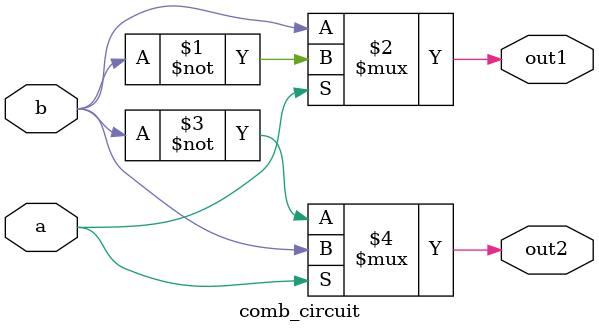
<source format=v>
module comb_circuit (
  input a, b,
  output out1, out2
);

  assign out1 = a ? ~b : b;
  assign out2 = a ? b : ~b;

endmodule
</source>
